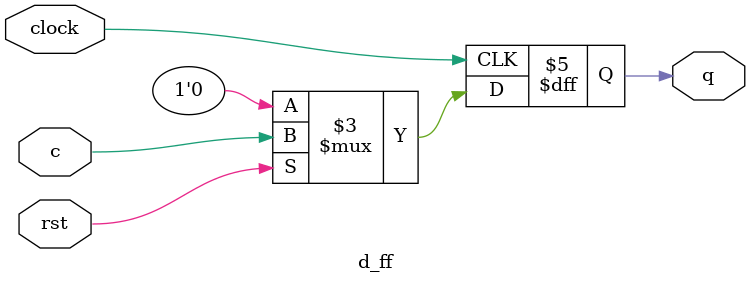
<source format=v>
module d_ff(clock,c,rst,q);
	input clock,c,rst;
	output q;
	reg q;
	always @ (posedge clock)
	begin
		q <= c;
		if ( rst == 0 ) 
			q<=0;
	end
endmodule
</source>
